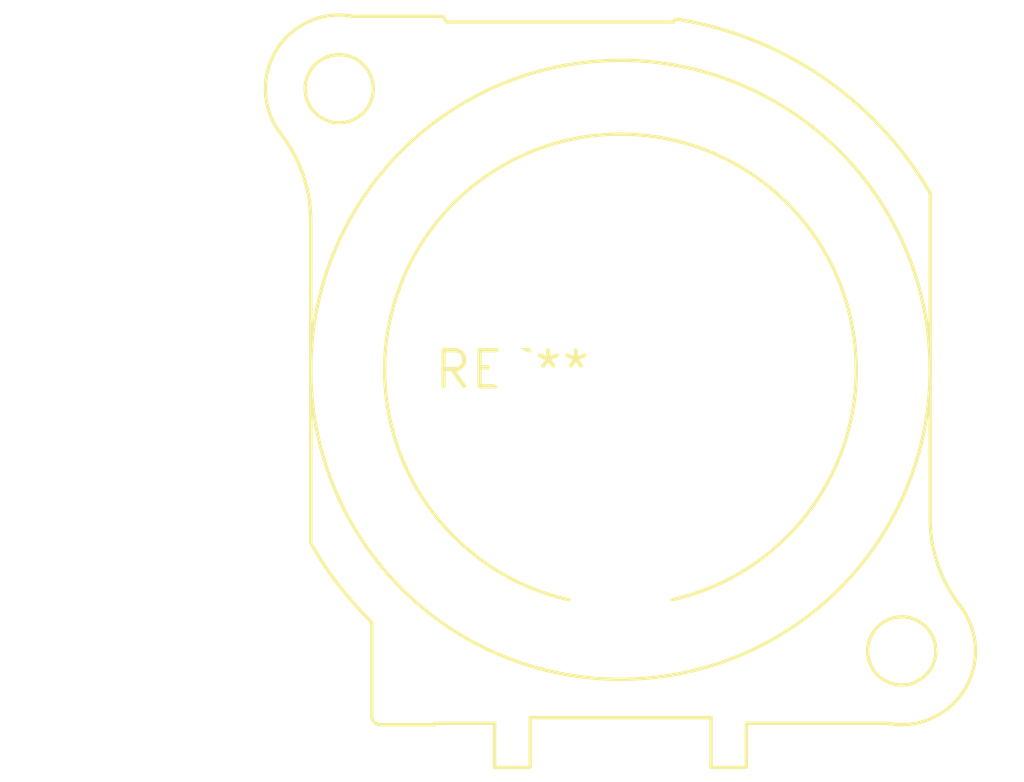
<source format=kicad_pcb>
(kicad_pcb (version 20240108) (generator pcbnew)
  (layers (0 "F.Cu" signal) (31 "B.Cu" signal) (34 "B.Paste" user) (35 "F.Paste" user) (36 "B.SilkS" user "B.Silkscreen") (37 "F.SilkS" user "F.Silkscreen") (38 "B.Mask" user) (39 "F.Mask" user) (44 "Edge.Cuts" user))
  (net 0 "")
  (footprint "Jack_XLR_Neutrik_NC3MBV-E_Vertical" (layer "F.Cu") (at 0 0)
    (property "Reference" "REF**")
    (property "Value" "Jack_XLR_Neutrik_NC3MBV-E_Vertical")
    (fp_line (start -7.09 -5.24) (end -7.09 6.11) (layer "F.SilkS") (stroke (width 0.12)))
    (fp_line (start -4.94 12.2) (end -4.94 8.98) (layer "F.SilkS") (stroke (width 0.12)))
    (fp_line (start -4.64 12.5) (end -2.74 12.5) (layer "F.SilkS") (stroke (width 0.12)))
    (fp_line (start -2.74 12.45) (end -0.62 12.45) (layer "F.SilkS") (stroke (width 0.12)))
    (fp_line (start -2.74 12.5) (end -2.74 12.45) (layer "F.SilkS") (stroke (width 0.12)))
    (fp_line (start -2.43 -12.45) (end -5.6 -12.45) (layer "F.SilkS") (stroke (width 0.12)))
    (fp_line (start -2.32 -12.25) (end -2.43 -12.45) (layer "F.SilkS") (stroke (width 0.12)))
    (fp_line (start -0.62 12.45) (end -0.62 14) (layer "F.SilkS") (stroke (width 0.12)))
    (fp_line (start 0.63 12.25) (end 0.63 14) (layer "F.SilkS") (stroke (width 0.12)))
    (fp_line (start 0.63 12.25) (end 7 12.25) (layer "F.SilkS") (stroke (width 0.12)))
    (fp_line (start 0.63 14) (end -0.62 14) (layer "F.SilkS") (stroke (width 0.12)))
    (fp_line (start 5.68 -12.25) (end -2.32 -12.25) (layer "F.SilkS") (stroke (width 0.12)))
    (fp_line (start 5.74 -12.35) (end 5.68 -12.25) (layer "F.SilkS") (stroke (width 0.12)))
    (fp_line (start 7 12.25) (end 7 14) (layer "F.SilkS") (stroke (width 0.12)))
    (fp_line (start 8.24 12.45) (end 8.24 14) (layer "F.SilkS") (stroke (width 0.12)))
    (fp_line (start 8.24 12.45) (end 13.22 12.45) (layer "F.SilkS") (stroke (width 0.12)))
    (fp_line (start 8.24 14) (end 7 14) (layer "F.SilkS") (stroke (width 0.12)))
    (fp_line (start 14.71 5.24) (end 14.71 -6.22) (layer "F.SilkS") (stroke (width 0.12)))
    (fp_arc (start -8.14458 -8.311426) (mid -7.360989 -6.863715) (end -7.09 -5.24) (layer "F.SilkS") (stroke (width 0.12)))
    (fp_arc (start -8.141124 -8.307677) (mid -8.303366 -11.257798) (end -5.6 -12.45) (layer "F.SilkS") (stroke (width 0.12)))
    (fp_arc (start -4.999944 8.832139) (mid -4.954594 8.899835) (end -4.94 8.98) (layer "F.SilkS") (stroke (width 0.12)))
    (fp_arc (start -4.999718 8.833849) (mid -6.1389 7.544091) (end -7.09 6.11) (layer "F.SilkS") (stroke (width 0.12)))
    (fp_arc (start -4.64 12.5) (mid -4.852132 12.412132) (end -4.94 12.2) (layer "F.SilkS") (stroke (width 0.12)))
    (fp_arc (start 2 8.1) (mid 3.809449 -8.299765) (end 5.621075 8.09976) (layer "F.SilkS") (stroke (width 0.12)))
    (fp_arc (start 5.753207 -12.354269) (mid 10.928439 -10.304601) (end 14.71 -6.22) (layer "F.SilkS") (stroke (width 0.12)))
    (fp_arc (start 15.761124 8.307677) (mid 15.923366 11.257798) (end 13.22 12.45) (layer "F.SilkS") (stroke (width 0.12)))
    (fp_arc (start 15.76458 8.311426) (mid 14.980989 6.863715) (end 14.71 5.24) (layer "F.SilkS") (stroke (width 0.12)))
    (fp_circle (center -6.09 -9.9) (end -4.89 -9.9) (layer "F.SilkS") (stroke (width 0.12)) (fill none))
    (fp_circle (center 3.81 0) (end 14.71 0) (layer "F.SilkS") (stroke (width 0.12)) (fill none))
    (fp_circle (center 13.71 9.9) (end 14.91 9.9) (layer "F.SilkS") (stroke (width 0.12)) (fill none))
    (pad "1" thru_hole circle (at 0 0) (size 3.4 3.4) (drill 1.6) (layers *.Cu *.Mask) (remove_unused_layers))
    (pad "2" thru_hole circle (at 7.62 0) (size 3.4 3.4) (drill 1.6) (layers *.Cu *.Mask) (remove_unused_layers))
    (pad "3" thru_hole circle (at 3.81 3.81) (size 3.4 3.4) (drill 1.6) (layers *.Cu *.Mask) (remove_unused_layers))
    (pad "G" thru_hole circle (at 3.81 8.25) (size 2.9 2.9) (drill 1.2) (layers *.Cu *.Mask) (remove_unused_layers))
  )
)
</source>
